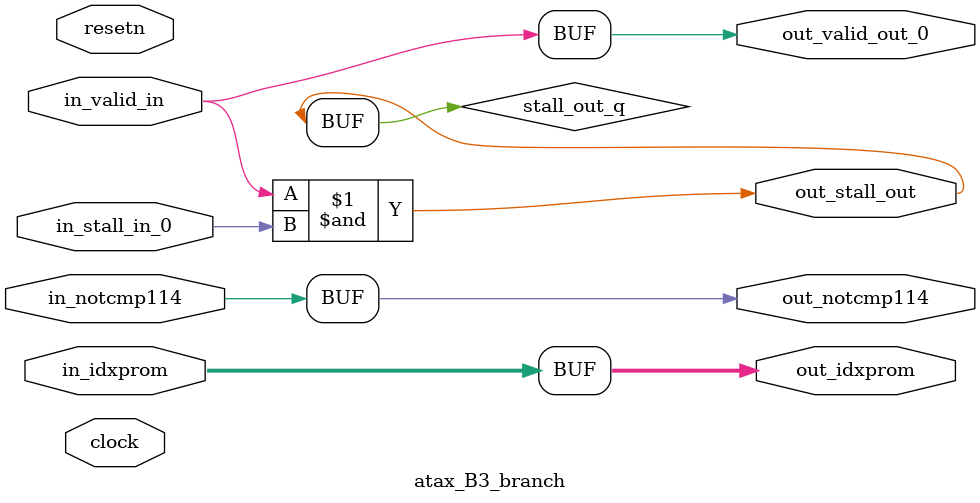
<source format=sv>



(* altera_attribute = "-name AUTO_SHIFT_REGISTER_RECOGNITION OFF; -name MESSAGE_DISABLE 10036; -name MESSAGE_DISABLE 10037; -name MESSAGE_DISABLE 14130; -name MESSAGE_DISABLE 14320; -name MESSAGE_DISABLE 15400; -name MESSAGE_DISABLE 14130; -name MESSAGE_DISABLE 10036; -name MESSAGE_DISABLE 12020; -name MESSAGE_DISABLE 12030; -name MESSAGE_DISABLE 12010; -name MESSAGE_DISABLE 12110; -name MESSAGE_DISABLE 14320; -name MESSAGE_DISABLE 13410; -name MESSAGE_DISABLE 113007; -name MESSAGE_DISABLE 10958" *)
module atax_B3_branch (
    input wire [63:0] in_idxprom,
    input wire [0:0] in_notcmp114,
    input wire [0:0] in_stall_in_0,
    input wire [0:0] in_valid_in,
    output wire [63:0] out_idxprom,
    output wire [0:0] out_notcmp114,
    output wire [0:0] out_stall_out,
    output wire [0:0] out_valid_out_0,
    input wire clock,
    input wire resetn
    );

    wire [0:0] stall_out_q;


    // out_idxprom(GPOUT,6)
    assign out_idxprom = in_idxprom;

    // out_notcmp114(GPOUT,7)
    assign out_notcmp114 = in_notcmp114;

    // stall_out(LOGICAL,10)
    assign stall_out_q = in_valid_in & in_stall_in_0;

    // out_stall_out(GPOUT,8)
    assign out_stall_out = stall_out_q;

    // out_valid_out_0(GPOUT,9)
    assign out_valid_out_0 = in_valid_in;

endmodule

</source>
